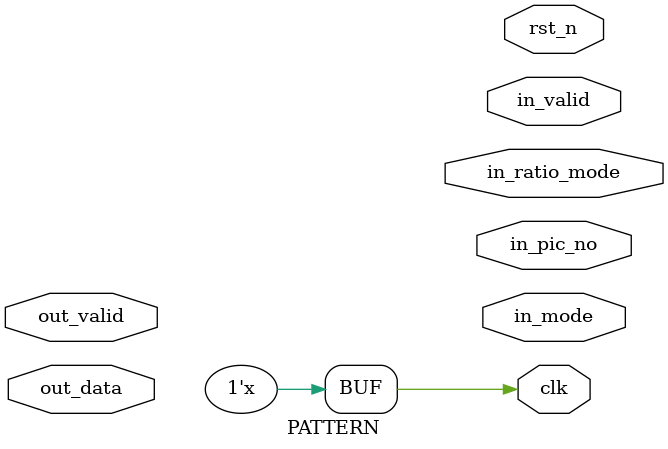
<source format=v>
`define CYCLE_TIME 10.0

`include "../00_TESTBED/pseudo_DRAM.v"

module PATTERN(
    // Input Signals
    clk,
    rst_n,
    in_valid,
    in_pic_no,
    in_mode,
    in_ratio_mode,
    out_valid,
    out_data
);

/* Input for design */
output reg        clk, rst_n;
output reg        in_valid;

output reg [3:0] in_pic_no;
output reg       in_mode;
output reg [1:0] in_ratio_mode;

input out_valid;
input [7:0] out_data;


//////////////////////////////////////////////////////////////////////
// Write your own task here
//////////////////////////////////////////////////////////////////////
initial clk=0;
always #(CYCLE/2.0) clk = ~clk;

// Do it yourself, I believe you can!!!

endmodule

</source>
